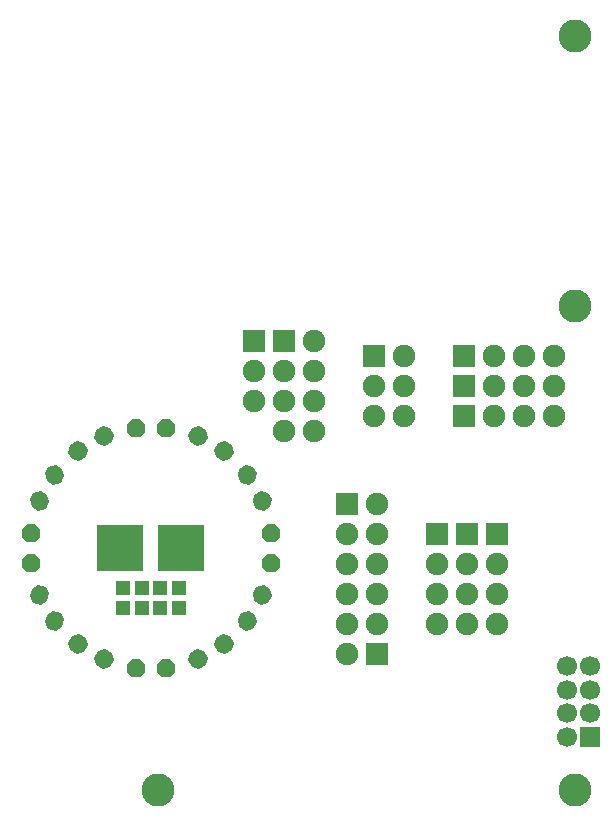
<source format=gts>
G04 DipTrace 2.4.0.2*
%INTopMask.gbr*%
%MOIN*%
%ADD24R,0.0669X0.0669*%
%ADD25C,0.0669*%
%ADD41C,0.11*%
%ADD60R,0.0474X0.0513*%
%ADD64R,0.158X0.158*%
%ADD68C,0.0749*%
%ADD69R,0.0749X0.0749*%
%FSLAX44Y44*%
G04*
G70*
G90*
G75*
G01*
%LNTopMask*%
%LPD*%
D69*
X15950Y20010D3*
D68*
X16950D3*
X15950Y19010D3*
X16950D3*
X15950Y18010D3*
X16950D3*
D69*
X12950Y20510D3*
D68*
X13950D3*
X12950Y19510D3*
X13950D3*
X12950Y18510D3*
X13950D3*
X12950Y17510D3*
X13950D3*
D69*
X18953Y20010D3*
D68*
X19953D3*
X20953D3*
X21953D3*
D69*
X18950Y19013D3*
D68*
X19950D3*
X20950D3*
X21950D3*
D69*
X18950Y18013D3*
D68*
X19950D3*
X20950D3*
X21950D3*
D69*
X11950Y20510D3*
D68*
Y19510D3*
Y18510D3*
D69*
X20064Y14092D3*
D68*
Y13092D3*
Y12092D3*
Y11092D3*
D69*
X19064Y14092D3*
D68*
Y13092D3*
Y12092D3*
Y11092D3*
D69*
X18061Y14089D3*
D68*
Y13089D3*
Y12089D3*
Y11089D3*
D24*
X23163Y7329D3*
D25*
Y8117D3*
Y8904D3*
Y9691D3*
X22375D3*
Y8904D3*
Y8117D3*
Y7329D3*
D64*
X7506Y13629D3*
X9520Y13630D3*
D60*
X9458Y11630D3*
Y12299D3*
X8833Y11630D3*
Y12299D3*
X7582Y11630D3*
Y12299D3*
X8207Y11630D3*
Y12299D3*
G36*
X8325Y9504D2*
X8146Y9325D1*
X7894D1*
X7715Y9504D1*
Y9757D1*
X7894Y9935D1*
X8146D1*
X8325Y9757D1*
Y9504D1*
G37*
G36*
X9325D2*
X9146Y9325D1*
X8894D1*
X8715Y9504D1*
Y9757D1*
X8894Y9935D1*
X9146D1*
X9325Y9757D1*
Y9504D1*
G37*
G36*
X12191Y15524D2*
X12435Y15459D1*
X12561Y15240D1*
X12496Y14996D1*
X12277Y14870D1*
X12033Y14935D1*
X11907Y15154D1*
X11972Y15398D1*
X12191Y15524D1*
G37*
G36*
X11691Y16390D2*
X11935Y16325D1*
X12061Y16106D1*
X11996Y15862D1*
X11777Y15736D1*
X11533Y15801D1*
X11407Y16020D1*
X11472Y16264D1*
X11691Y16390D1*
G37*
G36*
X10752Y17106D2*
X10996Y17172D1*
X11215Y17045D1*
X11280Y16801D1*
X11154Y16583D1*
X10910Y16517D1*
X10691Y16643D1*
X10626Y16887D1*
X10752Y17106D1*
G37*
G36*
X9886Y17606D2*
X10130Y17672D1*
X10349Y17545D1*
X10414Y17301D1*
X10288Y17083D1*
X10044Y17017D1*
X9825Y17143D1*
X9760Y17387D1*
X9886Y17606D1*
G37*
G36*
X10414Y9959D2*
X10349Y9715D1*
X10130Y9589D1*
X9886Y9654D1*
X9760Y9873D1*
X9825Y10117D1*
X10044Y10243D1*
X10288Y10178D1*
X10414Y9959D1*
G37*
G36*
X11280Y10459D2*
X11215Y10215D1*
X10996Y10089D1*
X10752Y10154D1*
X10626Y10373D1*
X10691Y10617D1*
X10910Y10743D1*
X11154Y10678D1*
X11280Y10459D1*
G37*
G36*
X4394Y13825D2*
X4215Y14004D1*
Y14257D1*
X4394Y14435D1*
X4646D1*
X4825Y14257D1*
Y14004D1*
X4646Y13825D1*
X4394D1*
G37*
G36*
Y12825D2*
X4215Y13004D1*
Y13257D1*
X4394Y13435D1*
X4646D1*
X4825Y13257D1*
Y13004D1*
X4646Y12825D1*
X4394D1*
G37*
G36*
X8715Y17757D2*
X8894Y17935D1*
X9146D1*
X9325Y17757D1*
Y17504D1*
X9146Y17325D1*
X8894D1*
X8715Y17504D1*
Y17757D1*
G37*
G36*
X7715D2*
X7894Y17935D1*
X8146D1*
X8325Y17757D1*
Y17504D1*
X8146Y17325D1*
X7894D1*
X7715Y17504D1*
Y17757D1*
G37*
G36*
X11996Y11398D2*
X12061Y11154D1*
X11935Y10935D1*
X11691Y10870D1*
X11472Y10996D1*
X11407Y11240D1*
X11533Y11459D1*
X11777Y11524D1*
X11996Y11398D1*
G37*
G36*
X12496Y12264D2*
X12561Y12020D1*
X12435Y11801D1*
X12191Y11736D1*
X11972Y11862D1*
X11907Y12106D1*
X12033Y12325D1*
X12277Y12390D1*
X12496Y12264D1*
G37*
G36*
X4849Y11736D2*
X4605Y11801D1*
X4479Y12020D1*
X4544Y12264D1*
X4763Y12390D1*
X5007Y12325D1*
X5133Y12106D1*
X5068Y11862D1*
X4849Y11736D1*
G37*
G36*
X5349Y10870D2*
X5105Y10935D1*
X4979Y11154D1*
X5044Y11398D1*
X5263Y11524D1*
X5507Y11459D1*
X5633Y11240D1*
X5568Y10996D1*
X5349Y10870D1*
G37*
G36*
X6626Y17301D2*
X6691Y17545D1*
X6910Y17672D1*
X7154Y17606D1*
X7280Y17387D1*
X7215Y17143D1*
X6996Y17017D1*
X6752Y17083D1*
X6626Y17301D1*
G37*
G36*
X5760Y16801D2*
X5825Y17045D1*
X6044Y17172D1*
X6288Y17106D1*
X6414Y16887D1*
X6349Y16643D1*
X6130Y16517D1*
X5886Y16583D1*
X5760Y16801D1*
G37*
G36*
X12646Y13435D2*
X12825Y13257D1*
Y13004D1*
X12646Y12825D1*
X12394D1*
X12215Y13004D1*
Y13257D1*
X12394Y13435D1*
X12646D1*
G37*
G36*
Y14435D2*
X12825Y14257D1*
Y14004D1*
X12646Y13825D1*
X12394D1*
X12215Y14004D1*
Y14257D1*
X12394Y14435D1*
X12646D1*
G37*
G36*
X6288Y10154D2*
X6044Y10089D1*
X5825Y10215D1*
X5760Y10459D1*
X5886Y10678D1*
X6130Y10743D1*
X6349Y10617D1*
X6414Y10373D1*
X6288Y10154D1*
G37*
G36*
X7154Y9654D2*
X6910Y9589D1*
X6691Y9715D1*
X6626Y9959D1*
X6752Y10178D1*
X6996Y10243D1*
X7215Y10117D1*
X7280Y9873D1*
X7154Y9654D1*
G37*
G36*
X5044Y15862D2*
X4979Y16106D1*
X5105Y16325D1*
X5349Y16390D1*
X5568Y16264D1*
X5633Y16020D1*
X5507Y15801D1*
X5263Y15736D1*
X5044Y15862D1*
G37*
G36*
X4544Y14996D2*
X4479Y15240D1*
X4605Y15459D1*
X4849Y15524D1*
X5068Y15398D1*
X5133Y15154D1*
X5007Y14935D1*
X4763Y14870D1*
X4544Y14996D1*
G37*
D69*
X15065Y15088D3*
D68*
X16065D3*
X15065Y14088D3*
X16065D3*
X15065Y13088D3*
X16065D3*
X15065Y12088D3*
X16065D3*
D69*
X16070Y10090D3*
D68*
X15070D3*
X16070Y11090D3*
X15070D3*
D41*
X22670Y5560D3*
Y21700D3*
Y30675D3*
X8770Y5560D3*
M02*

</source>
